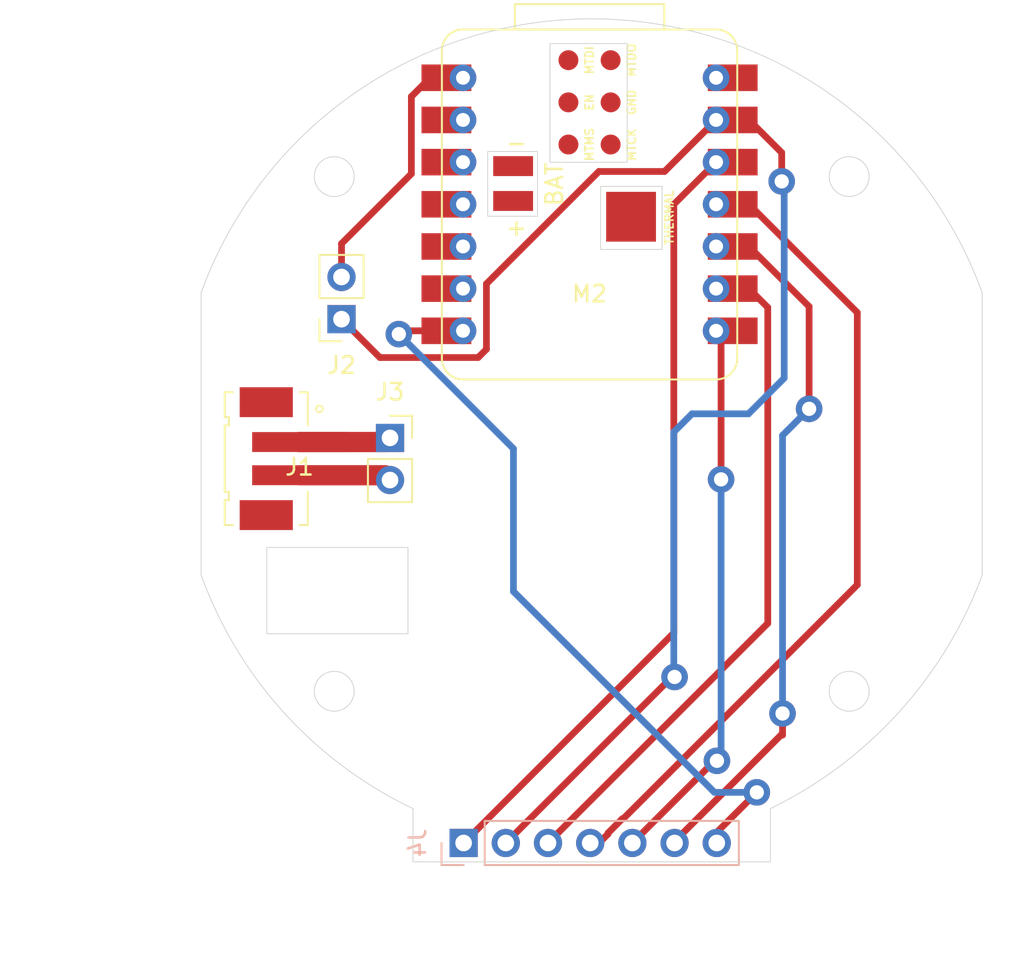
<source format=kicad_pcb>
(kicad_pcb (version 20240108) (generator "pcbnew") (generator_version "8.0")
  (layers (0 "F.Cu" signal) (31 "B.Cu" signal) (34 "B.Paste" user) (35 "F.Paste" user) (36 "B.SilkS" user "B.Silkscreen") (37 "F.SilkS" user "F.Silkscreen") (38 "B.Mask" user) (39 "F.Mask" user) (44 "Edge.Cuts" user))
  (net 0 "")
  (net 1 "Net-(J3-Pin_1)")
  (net 2 "Net-(J3-Pin_2)")
  (net 3 "GND")
  (net 4 "BUTTON_PIN")
  (net 5 "RST")
  (net 6 "+3.3V")
  (net 7 "MOSI")
  (net 8 "CS")
  (net 9 "DC")
  (net 10 "SCK")
  (footprint "Connector_PinSocket_2.54mm:PinSocket_1x02_P2.54mm_Vertical" (layer "F.Cu") (at 129.52 83.95)
    (property "Reference" "J3" (at 0 -2.77 0) (layer "F.SilkS"))
    (property "Value" "Conn_01x02_Socket")
    (fp_line (start -1.33 1.27) (end -1.33 3.87) (stroke (width 0.12)) (layer "F.SilkS"))
    (fp_line (start -1.33 1.27) (end 1.33 1.27) (stroke (width 0.12)) (layer "F.SilkS"))
    (fp_line (start -1.33 3.87) (end 1.33 3.87) (stroke (width 0.12)) (layer "F.SilkS"))
    (fp_line (start 0 -1.33) (end 1.33 -1.33) (stroke (width 0.12)) (layer "F.SilkS"))
    (fp_line (start 1.33 -1.33) (end 1.33 0) (stroke (width 0.12)) (layer "F.SilkS"))
    (fp_line (start 1.33 1.27) (end 1.33 3.87) (stroke (width 0.12)) (layer "F.SilkS"))
    (pad "1" thru_hole rect (at 0 0) (size 1.7 1.7) (drill 1) (layers "*.Cu" "*.Mask") (net 1 "Net-(J3-Pin_1)"))
    (pad "2" thru_hole oval (at 0 2.54) (size 1.7 1.7) (drill 1) (layers "*.Cu" "*.Mask") (net 2 "Net-(J3-Pin_2)"))
  )
  (footprint "fab:Header_JST_PH_1x02_P2mm_Vertical_SMD" (layer "F.Cu") (at 124.07 85.2)
    (property "Reference" "J1" (at 0 0.5 0) (layer "F.SilkS"))
    (property "Value" "Conn_Header_JST_PH_1x02_P2mm_Vertical_SMD")
    (fp_line (start -4.5 -4) (end -4.5 -2.5) (stroke (width 0.12)) (layer "F.SilkS"))
    (fp_line (start -4.5 -4) (end -4 -4) (stroke (width 0.12)) (layer "F.SilkS"))
    (fp_line (start -4.5 -2.5) (end -4.25 -2.5) (stroke (width 0.12)) (layer "F.SilkS"))
    (fp_line (start -4.5 -2) (end -4.5 2) (stroke (width 0.12)) (layer "F.SilkS"))
    (fp_line (start -4.5 2) (end -4.25 2) (stroke (width 0.12)) (layer "F.SilkS"))
    (fp_line (start -4.5 2.5) (end -4.5 4) (stroke (width 0.12)) (layer "F.SilkS"))
    (fp_line (start -4.5 4) (end -4 4) (stroke (width 0.12)) (layer "F.SilkS"))
    (fp_line (start -4.25 -2.5) (end -4.25 -2) (stroke (width 0.12)) (layer "F.SilkS"))
    (fp_line (start -4.25 -2) (end -4.5 -2) (stroke (width 0.12)) (layer "F.SilkS"))
    (fp_line (start -4.25 2) (end -4.25 2.5) (stroke (width 0.12)) (layer "F.SilkS"))
    (fp_line (start -4.25 2.5) (end -4.5 2.5) (stroke (width 0.12)) (layer "F.SilkS"))
    (fp_line (start 0.5 -4) (end 0 -4) (stroke (width 0.12)) (layer "F.SilkS"))
    (fp_line (start 0.5 -2) (end 0.5 -4) (stroke (width 0.12)) (layer "F.SilkS"))
    (fp_line (start 0.5 4) (end 0 4) (stroke (width 0.12)) (layer "F.SilkS"))
    (fp_line (start 0.5 4) (end 0.5 2) (stroke (width 0.12)) (layer "F.SilkS"))
    (fp_circle (center 1.2 -3) (end 1.4 -3) (stroke (width 0.12)) (fill none) (layer "F.SilkS"))
    (pad "" smd rect (at -2 -3.4) (size 3.2 1.8) (layers "F.Cu" "F.Paste" "F.Mask"))
    (pad "" smd rect (at -2 3.4) (size 3.2 1.8) (layers "F.Cu" "F.Paste" "F.Mask"))
    (pad "1" smd rect (at 0 -1) (size 5.7 1.2) (layers "F.Cu" "F.Paste" "F.Mask") (net 1 "Net-(J3-Pin_1)"))
    (pad "2" smd rect (at 0 1) (size 5.7 1.2) (layers "F.Cu" "F.Paste" "F.Mask") (net 2 "Net-(J3-Pin_2)"))
  )
  (footprint "Connector_PinSocket_2.54mm:PinSocket_1x02_P2.54mm_Vertical" (layer "F.Cu") (at 126.6 76.8 180)
    (property "Reference" "J2" (at 0 -2.77 0) (layer "F.SilkS"))
    (property "Value" "Conn_01x02_Socket")
    (fp_line (start 1.33 1.27) (end 1.33 3.87) (stroke (width 0.12)) (layer "F.SilkS"))
    (fp_line (start 1.33 -1.33) (end 1.33 0) (stroke (width 0.12)) (layer "F.SilkS"))
    (fp_line (start 0 -1.33) (end 1.33 -1.33) (stroke (width 0.12)) (layer "F.SilkS"))
    (fp_line (start -1.33 3.87) (end 1.33 3.87) (stroke (width 0.12)) (layer "F.SilkS"))
    (fp_line (start -1.33 1.27) (end 1.33 1.27) (stroke (width 0.12)) (layer "F.SilkS"))
    (fp_line (start -1.33 1.27) (end -1.33 3.87) (stroke (width 0.12)) (layer "F.SilkS"))
    (pad "1" thru_hole rect (at 0 0 180) (size 1.7 1.7) (drill 1) (layers "*.Cu" "*.Mask") (net 3 "GND"))
    (pad "2" thru_hole oval (at 0 2.54 180) (size 1.7 1.7) (drill 1) (layers "*.Cu" "*.Mask") (net 4 "BUTTON_PIN"))
  )
  (footprint "fab:SeeedStudio_XIAO_ESP32C3" (layer "F.Cu") (at 141.53 69.88)
    (property "Reference" "M2" (at 0 5.39 0) (layer "F.SilkS"))
    (property "Value" "Module_XIAO-ESP32C3")
    (fp_line (start -8.8875 9.281) (end -8.8875 -9.261) (stroke (width 0.12)) (layer "F.SilkS"))
    (fp_line (start -7.6175 -10.531) (end 7.6225 -10.531) (stroke (width 0.12)) (layer "F.SilkS"))
    (fp_line (start 7.6225 10.551) (end -7.6175 10.551) (stroke (width 0.12)) (layer "F.SilkS"))
    (fp_line (start 8.8925 -9.261) (end 8.8925 9.281) (stroke (width 0.12)) (layer "F.SilkS"))
    (fp_rect (start -4.4975 -10.531) (end 4.5025 -12.055) (stroke (width 0.12)) (fill none) (layer "F.SilkS"))
    (fp_arc (start -8.8875 -9.261) (mid -8.515526 -10.159026) (end -7.6175 -10.531) (stroke (width 0.12)) (layer "F.SilkS"))
    (fp_arc (start -7.6175 10.551) (mid -8.515526 10.179026) (end -8.8875 9.281) (stroke (width 0.12)) (layer "F.SilkS"))
    (fp_arc (start 7.6225 -10.531) (mid 8.520526 -10.159026) (end 8.8925 -9.261) (stroke (width 0.12)) (layer "F.SilkS"))
    (fp_arc (start 8.8925 9.281) (mid 8.520526 10.179026) (end 7.6225 10.551) (stroke (width 0.12)) (layer "F.SilkS"))
    (fp_text user "+" (at -4.4 1.4 0) (layer "F.SilkS"))
    (fp_text user "MTCK" (at 2.54 -3.6 90) (layer "F.SilkS") (effects (font (size 0.5 0.5) (thickness 0.1) (bold yes))))
    (fp_text user "MTDO" (at 2.54 -8.68 90) (layer "F.SilkS") (effects (font (size 0.5 0.5) (thickness 0.1) (bold yes))))
    (fp_text user "THERMAL" (at 4.8 0.8 90) (layer "F.SilkS") (effects (font (size 0.5 0.5) (thickness 0.1) (bold yes))))
    (fp_text user "MTMS" (at 0 -3.6 90) (layer "F.SilkS") (effects (font (size 0.5 0.5) (thickness 0.1) (bold yes))))
    (fp_text user "BAT" (at -2.7 -1.2 90) (layer "F.SilkS") (effects (justify top)))
    (fp_text user "GND" (at 2.54 -6.14 90) (layer "F.SilkS") (effects (font (size 0.5 0.5) (thickness 0.1) (bold yes))))
    (fp_text user "MTDI" (at 0 -8.68 90) (layer "F.SilkS") (effects (font (size 0.5 0.5) (thickness 0.1) (bold yes))))
    (fp_text user "-" (at -4.4 -3.7 0) (layer "F.SilkS"))
    (fp_text user "EN" (at 0 -6.14 90) (layer "F.SilkS") (effects (font (size 0.5 0.5) (thickness 0.1) (bold yes))))
    (pad "1" thru_hole circle (at -7.615 -7.62) (size 1.6 1.6) (drill 0.8382) (layers "*.Cu" "*.Mask") (net 4 "BUTTON_PIN"))
    (pad "1" smd rect (at -7.615 -7.62) (size 3 1.6) (drill (offset -1 0)) (layers "F.Cu" "F.Paste" "F.Mask") (net 4 "BUTTON_PIN"))
    (pad "2" thru_hole circle (at -7.615 -5.08) (size 1.6 1.6) (drill 0.8382) (layers "*.Cu" "*.Mask"))
    (pad "2" smd rect (at -7.615 -5.08) (size 3 1.6) (drill (offset -1 0)) (layers "F.Cu" "F.Paste" "F.Mask"))
    (pad "3" thru_hole circle (at -7.615 -2.54) (size 1.6 1.6) (drill 0.8382) (layers "*.Cu" "*.Mask"))
    (pad "3" smd rect (at -7.615 -2.54) (size 3 1.6) (drill (offset -1 0)) (layers "F.Cu" "F.Paste" "F.Mask"))
    (pad "4" thru_hole circle (at -7.615 0) (size 1.6 1.6) (drill 0.8382) (layers "*.Cu" "*.Mask"))
    (pad "4" smd rect (at -7.615 0) (size 3 1.6) (drill (offset -1 0)) (layers "F.Cu" "F.Paste" "F.Mask"))
    (pad "5" thru_hole circle (at -7.615 2.54) (size 1.6 1.6) (drill 0.8382) (layers "*.Cu" "*.Mask"))
    (pad "5" smd rect (at -7.615 2.54) (size 3 1.6) (drill (offset -1 0)) (layers "F.Cu" "F.Paste" "F.Mask"))
    (pad "6" thru_hole circle (at -7.615 5.08) (size 1.6 1.6) (drill 0.8382) (layers "*.Cu" "*.Mask"))
    (pad "6" smd rect (at -7.615 5.08) (size 3 1.6) (drill (offset -1 0)) (layers "F.Cu" "F.Paste" "F.Mask"))
    (pad "7" thru_hole circle (at -7.615 7.62) (size 1.6 1.6) (drill 0.8382) (layers "*.Cu" "*.Mask") (net 5 "RST"))
    (pad "7" smd rect (at -7.615 7.62) (size 3 1.6) (drill (offset -1 0)) (layers "F.Cu" "F.Paste" "F.Mask") (net 5 "RST"))
    (pad "8" thru_hole circle (at 7.62 7.62) (size 1.6 1.6) (drill 0.8382) (layers "*.Cu" "*.Mask") (net 9 "DC"))
    (pad "8" smd rect (at 7.62 7.62) (size 3 1.6) (drill (offset 1 0)) (layers "F.Cu" "F.Paste" "F.Mask") (net 9 "DC"))
    (pad "9" thru_hole circle (at 7.62 5.08) (size 1.6 1.6) (drill 0.8382) (layers "*.Cu" "*.Mask") (net 10 "SCK"))
    (pad "9" smd rect (at 7.62 5.08) (size 3 1.6) (drill (offset 1 0)) (layers "F.Cu" "F.Paste" "F.Mask") (net 10 "SCK"))
    (pad "10" thru_hole circle (at 7.62 2.54) (size 1.6 1.6) (drill 0.8382) (layers "*.Cu" "*.Mask") (net 8 "CS"))
    (pad "10" smd rect (at 7.62 2.54) (size 3 1.6) (drill (offset 1 0)) (layers "F.Cu" "F.Paste" "F.Mask") (net 8 "CS"))
    (pad "11" thru_hole circle (at 7.62 0) (size 1.6 1.6) (drill 0.8382) (layers "*.Cu" "*.Mask") (net 7 "MOSI"))
    (pad "11" smd rect (at 7.62 0) (size 3 1.6) (drill (offset 1 0)) (layers "F.Cu" "F.Paste" "F.Mask") (net 7 "MOSI"))
    (pad "12" thru_hole circle (at 7.62 -2.54) (size 1.6 1.6) (drill 0.8382) (layers "*.Cu" "*.Mask") (net 6 "+3.3V"))
    (pad "12" smd rect (at 7.62 -2.54) (size 3 1.6) (drill (offset 1 0)) (layers "F.Cu" "F.Paste" "F.Mask") (net 6 "+3.3V"))
    (pad "13" thru_hole circle (at 7.62 -5.08) (size 1.6 1.6) (drill 0.8382) (layers "*.Cu" "*.Mask") (net 3 "GND"))
    (pad "13" smd rect (at 7.62 -5.08) (size 3 1.6) (drill (offset 1 0)) (layers "F.Cu" "F.Paste" "F.Mask") (net 3 "GND"))
    (pad "14" thru_hole circle (at 7.62 -7.62) (size 1.6 1.6) (drill 0.8382) (layers "*.Cu" "*.Mask"))
    (pad "14" smd rect (at 7.62 -7.62) (size 3 1.6) (drill (offset 1 0)) (layers "F.Cu" "F.Paste" "F.Mask"))
    (pad "15" smd rect (at -4.6 -2.3) (size 2.4 1.2) (layers "F.Cu" "F.Paste" "F.Mask"))
    (pad "16" smd rect (at -4.6 -0.2) (size 2.4 1.2) (layers "F.Cu" "F.Paste" "F.Mask"))
    (pad "17" smd circle (at -1.27 -8.68) (size 1.2 1.2) (layers "F.Cu" "F.Paste" "F.Mask"))
    (pad "18" smd circle (at -1.27 -6.14) (size 1.2 1.2) (layers "F.Cu" "F.Paste" "F.Mask"))
    (pad "19" smd circle (at -1.27 -3.6) (size 1.2 1.2) (layers "F.Cu" "F.Paste" "F.Mask"))
    (pad "20" smd circle (at 1.27 -3.6) (size 1.2 1.2) (layers "F.Cu" "F.Paste" "F.Mask"))
    (pad "21" smd circle (at 1.27 -6.14) (size 1.2 1.2) (layers "F.Cu" "F.Paste" "F.Mask"))
    (pad "22" smd circle (at 1.27 -8.68) (size 1.2 1.2) (layers "F.Cu" "F.Paste" "F.Mask"))
    (pad "23" smd rect (at 2.5 0.75) (size 3 3) (layers "F.Cu" "F.Paste" "F.Mask"))
  )
  (footprint "Connector_PinSocket_2.54mm:PinSocket_1x07_P2.54mm_Vertical" (layer "B.Cu") (at 133.95 108.35 -90)
    (property "Reference" "J4" (at 0 2.77 90) (layer "B.SilkS") (effects (justify mirror)))
    (property "Value" "Conn_01x07_Socket")
    (fp_line (start 1.33 1.33) (end 0 1.33) (stroke (width 0.12)) (layer "B.SilkS"))
    (fp_line (start 1.33 0) (end 1.33 1.33) (stroke (width 0.12)) (layer "B.SilkS"))
    (fp_line (start 1.33 -1.27) (end -1.33 -1.27) (stroke (width 0.12)) (layer "B.SilkS"))
    (fp_line (start -1.33 -16.57) (end -1.33 -1.27) (stroke (width 0.12)) (layer "B.SilkS"))
    (fp_line (start 1.33 -16.57) (end 1.33 -1.27) (stroke (width 0.12)) (layer "B.SilkS"))
    (fp_line (start 1.33 -16.57) (end -1.33 -16.57) (stroke (width 0.12)) (layer "B.SilkS"))
    (pad "1" thru_hole rect (at 0 0 270) (size 1.7 1.7) (drill 1) (layers "*.Cu" "*.Mask") (net 6 "+3.3V"))
    (pad "2" thru_hole oval (at 0 -2.54 270) (size 1.7 1.7) (drill 1) (layers "*.Cu" "*.Mask") (net 3 "GND"))
    (pad "3" thru_hole oval (at 0 -5.08 270) (size 1.7 1.7) (drill 1) (layers "*.Cu" "*.Mask") (net 10 "SCK"))
    (pad "4" thru_hole oval (at 0 -7.62 270) (size 1.7 1.7) (drill 1) (layers "*.Cu" "*.Mask") (net 7 "MOSI"))
    (pad "5" thru_hole oval (at 0 -10.16 270) (size 1.7 1.7) (drill 1) (layers "*.Cu" "*.Mask") (net 9 "DC"))
    (pad "6" thru_hole oval (at 0 -12.7 270) (size 1.7 1.7) (drill 1) (layers "*.Cu" "*.Mask") (net 8 "CS"))
    (pad "7" thru_hole oval (at 0 -15.24 270) (size 1.7 1.7) (drill 1) (layers "*.Cu" "*.Mask") (net 5 "RST"))
  )
  (gr_rect (start 135.4 66.7) (end 138.4 70.6) (stroke (width 0.05)) (fill none) (layer "Edge.Cuts"))
  (gr_line (start 130.900002 109.486404) (end 152.420002 109.486404) (stroke (width 0.05)) (layer "Edge.Cuts"))
  (gr_arc (start 165.170638 92.211588) (mid 160.154238 100.476411) (end 152.420002 106.277546) (stroke (width 0.05)) (layer "Edge.Cuts"))
  (gr_arc (start 118.149366 75.211593) (mid 141.660002 58.71159) (end 165.170638 75.211594) (stroke (width 0.05)) (layer "Edge.Cuts"))
  (gr_rect (start 139.15 60.2) (end 143.8 67.35) (stroke (width 0.05)) (fill none) (layer "Edge.Cuts"))
  (gr_rect (start 142.2 68.8) (end 145.9 72.6) (stroke (width 0.05)) (fill none) (layer "Edge.Cuts"))
  (gr_circle (center 126.16 68.21159) (end 127.36 68.21159) (stroke (width 0.05)) (fill none) (layer "Edge.Cuts"))
  (gr_rect (start 122.1 90.55) (end 130.6 95.75) (stroke (width 0.05)) (fill none) (layer "Edge.Cuts"))
  (gr_arc (start 130.900002 106.277546) (mid 123.137531 100.502006) (end 118.149366 92.211588) (stroke (width 0.05)) (layer "Edge.Cuts"))
  (gr_circle (center 157.16 99.21159) (end 158.36 99.21159) (stroke (width 0.05)) (fill none) (layer "Edge.Cuts"))
  (gr_line (start 118.149366 75.211593) (end 118.149366 92.211588) (stroke (width 0.05)) (layer "Edge.Cuts"))
  (gr_circle (center 126.16 99.21159) (end 127.36 99.21159) (stroke (width 0.05)) (fill none) (layer "Edge.Cuts"))
  (gr_line (start 165.170638 75.211594) (end 165.170638 92.211588) (stroke (width 0.05)) (layer "Edge.Cuts"))
  (gr_circle (center 157.16 68.21159) (end 158.36 68.21159) (stroke (width 0.05)) (fill none) (layer "Edge.Cuts"))
  (gr_line (start 152.420002 109.486404) (end 152.420002 106.277546) (stroke (width 0.05)) (layer "Edge.Cuts"))
  (gr_line (start 130.900002 106.277546) (end 130.900002 109.486404) (stroke (width 0.05)) (layer "Edge.Cuts"))
  (segment (start 128.5 84.2) (end 128.75 83.95) (width 0.4064) (layer "F.Cu") (net 1))
  (segment (start 124.07 84.2) (end 129.27 84.2) (width 1.2192) (layer "F.Cu") (net 1))
  (segment (start 124.07 86.2) (end 129.23 86.2) (width 1.2192) (layer "F.Cu") (net 2))
  (segment (start 128.46 86.2) (end 128.75 86.49) (width 0.4064) (layer "F.Cu") (net 2))
  (segment (start 153.1 66.7708) (end 153.1 68.5) (width 0.4064) (layer "F.Cu") (net 3))
  (segment (start 151.1292 64.8) (end 153.1 66.7708) (width 0.4064) (layer "F.Cu") (net 3))
  (segment (start 149.15 64.8) (end 151.1292 64.8) (width 0.4064) (layer "F.Cu") (net 3))
  (segment (start 146.49 98.35) (end 136.49 108.35) (width 0.4064) (layer "F.Cu") (net 3))
  (segment (start 135.3246 78.6096) (end 134.8246 79.1096) (width 0.4064) (layer "F.Cu") (net 3))
  (segment (start 134.8246 79.1096) (end 128.9096 79.1096) (width 0.4064) (layer "F.Cu") (net 3))
  (segment (start 128.9096 79.1096) (end 126.6 76.8) (width 0.4064) (layer "F.Cu") (net 3))
  (segment (start 146.0468 67.9032) (end 142.091275 67.9032) (width 0.4064) (layer "F.Cu") (net 3))
  (segment (start 142.091275 67.9032) (end 135.3246 74.669875) (width 0.4064) (layer "F.Cu") (net 3))
  (segment (start 146.65 98.35) (end 146.49 98.35) (width 0.4064) (layer "F.Cu") (net 3))
  (segment (start 135.3246 74.669875) (end 135.3246 78.6096) (width 0.4064) (layer "F.Cu") (net 3))
  (segment (start 149.15 64.8) (end 146.0468 67.9032) (width 0.4064) (layer "F.Cu") (net 3))
  (via (at 146.65 98.35) (size 1.6) (drill 0.86) (layers "F.Cu" "B.Cu") (net 3))
  (via (at 153.1 68.5) (size 1.6) (drill 0.86) (layers "F.Cu" "B.Cu") (net 3))
  (segment (start 146.6032 83.5968) (end 147.7 82.5) (width 0.4064) (layer "B.Cu") (net 3))
  (segment (start 151.1 82.5) (end 153.25 80.35) (width 0.4064) (layer "B.Cu") (net 3))
  (segment (start 153.25 80.35) (end 153.25 68.65) (width 0.4064) (layer "B.Cu") (net 3))
  (segment (start 146.6032 98.2368) (end 146.6032 83.5968) (width 0.4064) (layer "B.Cu") (net 3))
  (segment (start 147.7 82.5) (end 151.1 82.5) (width 0.4064) (layer "B.Cu") (net 3))
  (segment (start 153.25 68.65) (end 153.1 68.5) (width 0.4064) (layer "B.Cu") (net 3))
  (segment (start 126.6 74.26) (end 126.6 72.25) (width 0.4064) (layer "F.Cu") (net 4))
  (segment (start 131.9358 62.26) (end 133.915 62.26) (width 0.4064) (layer "F.Cu") (net 4))
  (segment (start 126.6 72.25) (end 130.8054 68.0446) (width 0.4064) (layer "F.Cu") (net 4))
  (segment (start 130.8054 63.3904) (end 131.9358 62.26) (width 0.4064) (layer "F.Cu") (net 4))
  (segment (start 130.8054 68.0446) (end 130.8054 63.3904) (width 0.4064) (layer "F.Cu") (net 4))
  (segment (start 149.19 108.35) (end 149.19 107.71) (width 0.4064) (layer "F.Cu") (net 5))
  (segment (start 130.25 77.5) (end 130.05 77.7) (width 0.4064) (layer "F.Cu") (net 5))
  (segment (start 133.915 77.5) (end 130.25 77.5) (width 0.4064) (layer "F.Cu") (net 5))
  (segment (start 149.19 107.71) (end 151.6 105.3) (width 0.4064) (layer "F.Cu") (net 5))
  (via (at 130.05 77.7) (size 1.6) (drill 0.86) (layers "F.Cu" "B.Cu") (net 5))
  (via (at 151.6 105.3) (size 1.6) (drill 0.86) (layers "F.Cu" "B.Cu") (net 5))
  (segment (start 149.05 105.3) (end 151.6 105.3) (width 0.4064) (layer "B.Cu") (net 5))
  (segment (start 130.05 77.7) (end 136.95 84.6) (width 0.4064) (layer "B.Cu") (net 5))
  (segment (start 136.95 84.6) (end 136.95 93.2) (width 0.4064) (layer "B.Cu") (net 5))
  (segment (start 136.95 93.2) (end 149.05 105.3) (width 0.4064) (layer "B.Cu") (net 5))
  (segment (start 146.6032 95.6968) (end 146.6032 69.8868) (width 0.4064) (layer "F.Cu") (net 6))
  (segment (start 146.6032 69.8868) (end 149.15 67.34) (width 0.4064) (layer "F.Cu") (net 6))
  (segment (start 133.95 108.35) (end 146.6032 95.6968) (width 0.4064) (layer "F.Cu") (net 6))
  (segment (start 151.1292 69.88) (end 149.15 69.88) (width 0.4064) (layer "F.Cu") (net 7))
  (segment (start 157.65 76.4008) (end 151.1292 69.88) (width 0.4064) (layer "F.Cu") (net 7))
  (segment (start 143.505413 106.8904) (end 143.5596 106.8904) (width 0.4064) (layer "F.Cu") (net 7))
  (segment (start 143.5596 106.8904) (end 157.65 92.8) (width 0.4064) (layer "F.Cu") (net 7))
  (segment (start 142.6504 107.745413) (end 143.505413 106.8904) (width 0.4064) (layer "F.Cu") (net 7))
  (segment (start 142.6504 107.7996) (end 142.6504 107.745413) (width 0.4064) (layer "F.Cu") (net 7))
  (segment (start 157.65 92.8) (end 157.65 76.4008) (width 0.4064) (layer "F.Cu") (net 7))
  (segment (start 142.1 108.35) (end 142.6504 107.7996) (width 0.4064) (layer "F.Cu") (net 7))
  (segment (start 141.57 108.35) (end 142.1 108.35) (width 0.4064) (layer "F.Cu") (net 7))
  (segment (start 151.1292 72.42) (end 154.75 76.0408) (width 0.4064) (layer "F.Cu") (net 8))
  (segment (start 146.65 108.35) (end 146.65 108.256524) (width 0.4064) (layer "F.Cu") (net 8))
  (segment (start 154.75 76.0408) (end 154.75 82.2) (width 0.4064) (layer "F.Cu") (net 8))
  (segment (start 153.056524 101.85) (end 153.15 101.85) (width 0.4064) (layer "F.Cu") (net 8))
  (segment (start 153.15 101.85) (end 153.15 100.55) (width 0.4064) (layer "F.Cu") (net 8))
  (segment (start 146.65 108.256524) (end 153.056524 101.85) (width 0.4064) (layer "F.Cu") (net 8))
  (segment (start 149.15 72.42) (end 151.1292 72.42) (width 0.4064) (layer "F.Cu") (net 8))
  (segment (start 149.15 72.42) (end 149.15 72.75) (width 0.4064) (layer "F.Cu") (net 8))
  (via (at 154.75 82.2) (size 1.6) (drill 0.86) (layers "F.Cu" "B.Cu") (net 8))
  (via (at 153.15 100.55) (size 1.6) (drill 0.86) (layers "F.Cu" "B.Cu") (net 8))
  (segment (start 153.15 100.55) (end 153.15 83.8) (width 0.4064) (layer "B.Cu") (net 8))
  (segment (start 153.15 83.8) (end 154.75 82.2) (width 0.4064) (layer "B.Cu") (net 8))
  (segment (start 149.45 86.45) (end 149.45 77.8) (width 0.4064) (layer "F.Cu") (net 9))
  (segment (start 149.15 77.5) (end 148.756524 77.893476) (width 0.4064) (layer "F.Cu") (net 9))
  (segment (start 144.11 108.35) (end 149.06 103.4) (width 0.4064) (layer "F.Cu") (net 9))
  (segment (start 149.45 77.8) (end 149.15 77.5) (width 0.4064) (layer "F.Cu") (net 9))
  (segment (start 149.06 103.4) (end 149.2 103.4) (width 0.4064) (layer "F.Cu") (net 9))
  (via (at 149.2 103.4) (size 1.6) (drill 0.86) (layers "F.Cu" "B.Cu") (net 9))
  (via (at 149.45 86.45) (size 1.6) (drill 0.86) (layers "F.Cu" "B.Cu") (net 9))
  (segment (start 149.45 103.01) (end 149.45 86.45) (width 0.4064) (layer "B.Cu") (net 9))
  (segment (start 151.1292 74.96) (end 149.15 74.96) (width 0.4064) (layer "F.Cu") (net 10))
  (segment (start 152.2596 76.0904) (end 151.1292 74.96) (width 0.4064) (layer "F.Cu") (net 10))
  (segment (start 152.2596 95.1204) (end 152.2596 76.0904) (width 0.4064) (layer "F.Cu") (net 10))
  (segment (start 139.03 108.35) (end 152.2596 95.1204) (width 0.4064) (layer "F.Cu") (net 10))
)
</source>
